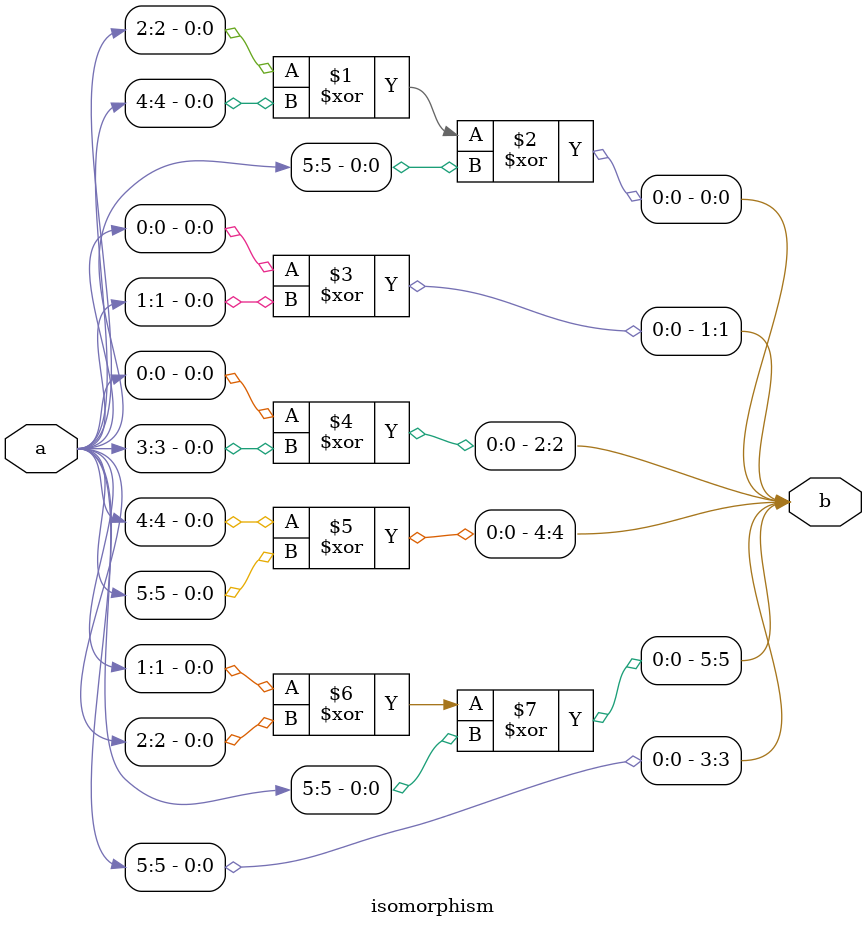
<source format=v>
`timescale 1ns/100ps
module SMSS32_5_nn_16_5(x,y);
	 input [5:0] x;
	 output [5:0] y;
	 wire [5:0] w;
	 wire [5:0] p;
	 isomorphism C2 (x,w);
	 power_5 C3 (w,p);
	 inv_isomorphism C4 (p,y);
endmodule

module add_base(a,b,c);
	 input [2:0] a;
	 input [2:0] b;
	 output [2:0] c;
	 assign c[0]=a[0]^b[0];
	 assign c[1]=a[1]^b[1];
	 assign c[2]=a[2]^b[2];
endmodule

module five_base(a,b);
	 input [2:0] a;
	 output [2:0] b;
	 assign b[0]=a[2]^(a[1]&(~a[0]));
	 assign b[1]=a[0]^(a[2]&(~a[1]));
	 assign b[2]=a[1]^(a[0]&(~a[2]));
endmodule

module power_5(a,b);
	 input [5:0] a;
	 output [5:0] b;
	 wire [2:0] x_0;
	 wire [2:0] x_1;
	 wire [2:0] x_2;
	 wire [2:0] x_3;
	 wire [2:0] x_4;
	 wire [2:0] x_5;
	 wire [2:0] y_0;
	 wire [2:0] y_1;
	 assign x_0[0]=a[0];
	 assign x_0[1]=a[1];
	 assign x_0[2]=a[2];
	 assign x_1[0]=a[3];
	 assign x_1[1]=a[4];
	 assign x_1[2]=a[5];
	 add_base A1 (x_0,x_1,x_2);
	 five_base A2 (x_2,x_3);
	 five_base  A3 (x_0,x_4);
	 five_base A4 (x_1,x_5);
	 add_base A5 (x_5,x_3,y_0);
	 add_base A6 (x_4,x_3,y_1);
	 assign b[0]=y_1[0];
	 assign b[1]=y_1[1];
	 assign b[2]=y_1[2];
	 assign b[3]=y_0[0];
	 assign b[4]=y_0[1];
	 assign b[5]=y_0[2];
endmodule

module inv_isomorphism(a,b);
	 input [5:0] a;
	 output [5:0] b;
	 assign b[0]=a[3];
	 assign b[1]=a[1]^a[3]^a[4]^a[5];
	 assign b[2]=a[2]^a[4]^a[5];
	 assign b[3]=a[5];
	 assign b[4]=a[1]^a[3];
	 assign b[5]=a[0]^a[3]^a[5];
endmodule

module isomorphism(a,b);
	 input [5:0] a;
	 output [5:0] b;
	 assign b[0]=a[2]^a[4]^a[5];
	 assign b[1]=a[0]^a[1];
	 assign b[2]=a[0]^a[3];
	 assign b[3]=a[5];
	 assign b[4]=a[4]^a[5];
	 assign b[5]=a[1]^a[2]^a[5];
endmodule


</source>
